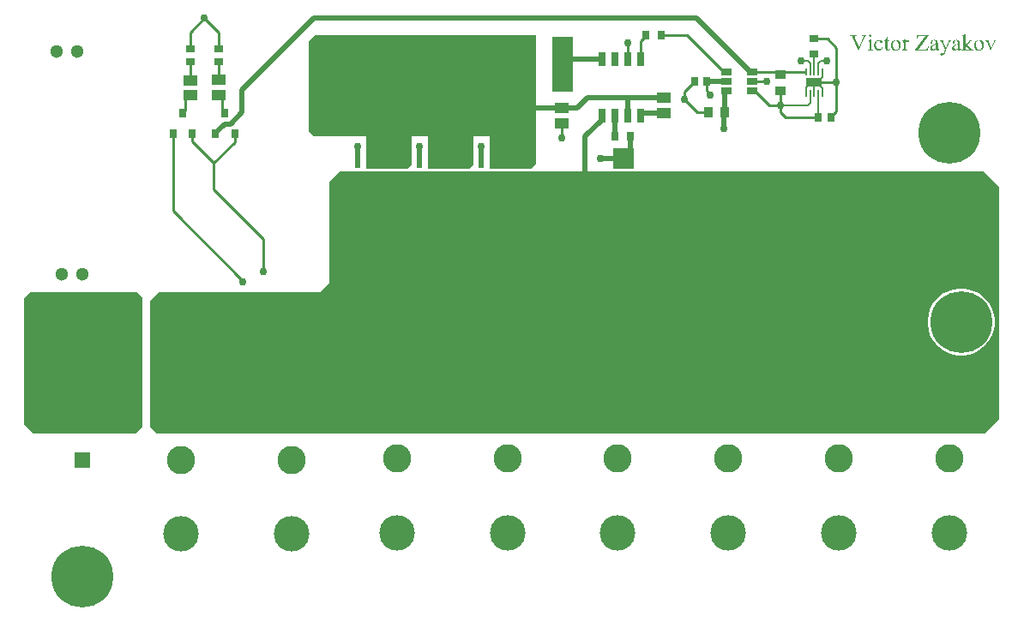
<source format=gbr>
%TF.GenerationSoftware,Altium Limited,Altium Designer,23.2.1 (34)*%
G04 Layer_Physical_Order=1*
G04 Layer_Color=255*
%FSLAX45Y45*%
%MOMM*%
%TF.SameCoordinates,A6D216B9-5917-482B-AEBE-4AF022C6986F*%
%TF.FilePolarity,Positive*%
%TF.FileFunction,Copper,L1,Top,Signal*%
%TF.Part,Single*%
G01*
G75*
%TA.AperFunction,SMDPad,SMDef*%
%ADD10R,1.49860X0.91440*%
%TA.AperFunction,SMDPad,CuDef*%
%ADD11R,0.23000X0.70000*%
%ADD12R,0.50000X0.85001*%
%ADD13R,0.60000X0.80000*%
%ADD14R,0.80000X0.90000*%
%ADD15R,0.90000X0.70000*%
%ADD16R,0.75000X0.90000*%
%ADD17R,1.00000X0.90000*%
G04:AMPARAMS|DCode=18|XSize=1.1mm|YSize=0.6mm|CornerRadius=0.051mm|HoleSize=0mm|Usage=FLASHONLY|Rotation=180.000|XOffset=0mm|YOffset=0mm|HoleType=Round|Shape=RoundedRectangle|*
%AMROUNDEDRECTD18*
21,1,1.10000,0.49800,0,0,180.0*
21,1,0.99800,0.60000,0,0,180.0*
1,1,0.10200,-0.49900,0.24900*
1,1,0.10200,0.49900,0.24900*
1,1,0.10200,0.49900,-0.24900*
1,1,0.10200,-0.49900,-0.24900*
%
%ADD18ROUNDEDRECTD18*%
%ADD19R,0.70000X0.90000*%
%ADD20R,2.00000X2.00000*%
%ADD21R,0.65000X1.45000*%
%ADD22R,2.15000X5.50000*%
%ADD23R,1.40000X1.10000*%
%ADD24R,0.95000X0.80000*%
%ADD25R,1.40000X1.39000*%
%ADD26R,4.86000X3.36000*%
%ADD27R,0.90000X1.00000*%
%TA.AperFunction,Conductor*%
%ADD28C,0.25400*%
%ADD29C,0.17780*%
%ADD30C,0.50800*%
%ADD31C,0.76200*%
%TA.AperFunction,ComponentPad*%
%ADD32R,1.57000X1.57000*%
%ADD33C,6.10000*%
%ADD34C,2.80000*%
%ADD35C,3.50000*%
%ADD36C,1.30000*%
%TA.AperFunction,ViaPad*%
%ADD37C,0.76200*%
%ADD38C,1.27000*%
G36*
X7772400Y7175500D02*
X7722098Y7125198D01*
X7315200D01*
Y7442200D01*
X7150100D01*
Y7162800D01*
X7112498Y7125198D01*
X6705600D01*
Y7442200D01*
X6540500D01*
Y7162800D01*
X6502898Y7125198D01*
X6096000D01*
Y7442200D01*
X5575300D01*
X5524500Y7493000D01*
Y8384950D01*
X5585050Y8445500D01*
X6096000D01*
Y8445500D01*
X6540500Y8445500D01*
X7772400D01*
Y7175500D01*
D02*
G37*
G36*
X12344400Y6946900D02*
Y4648200D01*
X12204700Y4508500D01*
X4025900D01*
X3962400Y4572000D01*
Y5816600D01*
X4051300Y5905500D01*
X5638800D01*
X5727700Y5994400D01*
Y6997700D01*
X5829300Y7099300D01*
X12192000D01*
X12344400Y6946900D01*
D02*
G37*
G36*
X3886200Y5854700D02*
Y5397500D01*
Y4572000D01*
X3822700Y4508500D01*
X2806700D01*
X2717800Y4597400D01*
Y5842000D01*
X2781300Y5905500D01*
X3835400D01*
X3886200Y5854700D01*
D02*
G37*
G36*
X11069510Y8450658D02*
X11070568Y8450482D01*
X11071802Y8449953D01*
X11073212Y8449424D01*
X11074623Y8448543D01*
X11075856Y8447485D01*
X11076033Y8447309D01*
X11076385Y8446956D01*
X11076914Y8446251D01*
X11077619Y8445194D01*
X11078148Y8443960D01*
X11078677Y8442726D01*
X11079029Y8441139D01*
X11079206Y8439377D01*
Y8439200D01*
Y8438671D01*
X11079029Y8437790D01*
X11078853Y8436732D01*
X11078324Y8435498D01*
X11077795Y8434088D01*
X11076914Y8432678D01*
X11075856Y8431444D01*
X11075680Y8431268D01*
X11075328Y8430915D01*
X11074623Y8430386D01*
X11073565Y8429858D01*
X11072331Y8429153D01*
X11071097Y8428624D01*
X11069510Y8428271D01*
X11067748Y8428095D01*
X11067043D01*
X11066161Y8428271D01*
X11065104Y8428447D01*
X11063870Y8428976D01*
X11062459Y8429505D01*
X11061049Y8430386D01*
X11059815Y8431444D01*
X11059639Y8431620D01*
X11059286Y8431973D01*
X11058758Y8432678D01*
X11058229Y8433736D01*
X11057524Y8434793D01*
X11056995Y8436204D01*
X11056642Y8437790D01*
X11056466Y8439377D01*
Y8439553D01*
Y8440258D01*
X11056642Y8441139D01*
X11056819Y8442197D01*
X11057171Y8443431D01*
X11057876Y8444841D01*
X11058581Y8446251D01*
X11059639Y8447485D01*
X11059815Y8447662D01*
X11060168Y8448014D01*
X11060873Y8448543D01*
X11061931Y8449248D01*
X11063165Y8449777D01*
X11064398Y8450306D01*
X11065985Y8450658D01*
X11067748Y8450835D01*
X11068629D01*
X11069510Y8450658D01*
D02*
G37*
G36*
X11443921Y8397070D02*
X11445331Y8396718D01*
X11447094Y8396365D01*
X11448680Y8395660D01*
X11450443Y8394602D01*
X11452029Y8393369D01*
X11452206Y8393192D01*
X11452735Y8392663D01*
X11453263Y8391958D01*
X11454145Y8390901D01*
X11454850Y8389667D01*
X11455379Y8388257D01*
X11455907Y8386494D01*
X11456084Y8384731D01*
Y8384555D01*
Y8384026D01*
X11455907Y8383321D01*
X11455731Y8382263D01*
X11455379Y8381029D01*
X11454850Y8379972D01*
X11454145Y8378738D01*
X11453087Y8377504D01*
X11452911Y8377327D01*
X11452558Y8376975D01*
X11452029Y8376622D01*
X11451148Y8376093D01*
X11450090Y8375388D01*
X11449033Y8375036D01*
X11447623Y8374683D01*
X11446212Y8374507D01*
X11445507D01*
X11444802Y8374683D01*
X11443744Y8375036D01*
X11442334Y8375388D01*
X11440924Y8376093D01*
X11439161Y8376975D01*
X11437399Y8378209D01*
X11437222Y8378385D01*
X11436693Y8378738D01*
X11435812Y8379443D01*
X11434754Y8380148D01*
X11433520Y8380853D01*
X11432287Y8381558D01*
X11431229Y8381911D01*
X11430171Y8382087D01*
X11429819D01*
X11428937Y8381734D01*
X11427527Y8381205D01*
X11426646Y8380500D01*
X11425764Y8379795D01*
X11425588Y8379619D01*
X11424883Y8378914D01*
X11424002Y8377856D01*
X11422591Y8376270D01*
X11421181Y8374154D01*
X11419418Y8371510D01*
X11417479Y8368514D01*
X11415540Y8364812D01*
Y8315631D01*
Y8315455D01*
Y8315278D01*
Y8314221D01*
X11415717Y8312634D01*
X11415893Y8310695D01*
X11416069Y8308580D01*
X11416422Y8306464D01*
X11416950Y8304349D01*
X11417656Y8302586D01*
Y8302410D01*
X11418008Y8302058D01*
X11418361Y8301529D01*
X11418890Y8300824D01*
X11419595Y8300119D01*
X11420476Y8299237D01*
X11421534Y8298356D01*
X11422768Y8297651D01*
X11422944D01*
X11423473Y8297298D01*
X11424354Y8297122D01*
X11425588Y8296769D01*
X11426998Y8296417D01*
X11428937Y8296064D01*
X11431053Y8295888D01*
X11433520Y8295712D01*
Y8291657D01*
X11380990D01*
Y8295712D01*
X11382224D01*
X11383634Y8295888D01*
X11385397Y8296064D01*
X11389099Y8296769D01*
X11390862Y8297298D01*
X11392448Y8298003D01*
X11392624Y8298179D01*
X11392977Y8298356D01*
X11393330Y8298885D01*
X11394035Y8299413D01*
X11394563Y8300295D01*
X11395269Y8301352D01*
X11395797Y8302410D01*
X11396326Y8303820D01*
Y8303997D01*
X11396502Y8304349D01*
Y8304878D01*
X11396679Y8305936D01*
X11396855Y8307346D01*
Y8309285D01*
X11397031Y8311753D01*
Y8314749D01*
Y8354588D01*
Y8354764D01*
Y8355293D01*
Y8356174D01*
Y8357408D01*
Y8358818D01*
Y8360405D01*
X11396855Y8363930D01*
Y8367632D01*
X11396679Y8370981D01*
X11396502Y8372568D01*
Y8373802D01*
X11396326Y8375036D01*
X11396150Y8375741D01*
Y8375917D01*
X11395974Y8376270D01*
X11395797Y8376975D01*
X11395621Y8377680D01*
X11394740Y8379266D01*
X11393506Y8380677D01*
X11393153Y8380853D01*
X11392096Y8381558D01*
X11390685Y8382087D01*
X11388570Y8382263D01*
X11387336D01*
X11386278Y8382087D01*
X11385221Y8381911D01*
X11383811Y8381558D01*
X11380814Y8380677D01*
X11379756Y8384731D01*
X11410781Y8397247D01*
X11415540D01*
Y8374154D01*
X11415717Y8374507D01*
X11416069Y8375212D01*
X11416774Y8376270D01*
X11417656Y8377856D01*
X11418890Y8379443D01*
X11420300Y8381382D01*
X11421886Y8383497D01*
X11423649Y8385789D01*
X11427527Y8390019D01*
X11429642Y8391958D01*
X11431934Y8393721D01*
X11434402Y8395131D01*
X11436870Y8396189D01*
X11439338Y8397070D01*
X11441805Y8397247D01*
X11442863D01*
X11443921Y8397070D01*
D02*
G37*
G36*
X11157648D02*
X11158882D01*
X11160469Y8396894D01*
X11163818Y8396189D01*
X11167873Y8395308D01*
X11171927Y8393897D01*
X11175981Y8391782D01*
X11177920Y8390548D01*
X11179859Y8389138D01*
X11180036D01*
X11180212Y8388785D01*
X11181446Y8387728D01*
X11183032Y8386141D01*
X11184795Y8384026D01*
X11186558Y8381558D01*
X11188144Y8378738D01*
X11189378Y8375741D01*
X11189554Y8374154D01*
X11189731Y8372568D01*
Y8372392D01*
Y8371863D01*
X11189554Y8370981D01*
X11189378Y8370100D01*
X11189026Y8368866D01*
X11188497Y8367809D01*
X11187792Y8366575D01*
X11186910Y8365517D01*
X11186734Y8365341D01*
X11186381Y8365164D01*
X11185853Y8364812D01*
X11184971Y8364283D01*
X11183914Y8363754D01*
X11182503Y8363402D01*
X11181093Y8363225D01*
X11179330Y8363049D01*
X11178273D01*
X11177039Y8363225D01*
X11175629Y8363578D01*
X11174042Y8364107D01*
X11172279Y8364812D01*
X11170869Y8365869D01*
X11169459Y8367280D01*
Y8367456D01*
X11169106Y8367809D01*
X11168754Y8368337D01*
X11168401Y8369219D01*
X11167873Y8370453D01*
X11167344Y8372039D01*
X11166991Y8373978D01*
X11166639Y8376270D01*
Y8376622D01*
X11166462Y8377327D01*
X11166286Y8378561D01*
X11165933Y8380148D01*
X11165405Y8381734D01*
X11164523Y8383497D01*
X11163466Y8385084D01*
X11162232Y8386494D01*
X11162055Y8386670D01*
X11161527Y8387023D01*
X11160645Y8387551D01*
X11159411Y8388257D01*
X11157825Y8388962D01*
X11156062Y8389490D01*
X11153947Y8389843D01*
X11151479Y8390019D01*
X11150421D01*
X11149540Y8389843D01*
X11147601Y8389667D01*
X11144957Y8388962D01*
X11142136Y8387904D01*
X11139140Y8386494D01*
X11136143Y8384378D01*
X11134733Y8382968D01*
X11133499Y8381558D01*
X11133322Y8381382D01*
X11133146Y8381029D01*
X11132617Y8380500D01*
X11132088Y8379619D01*
X11131383Y8378561D01*
X11130678Y8377151D01*
X11129797Y8375565D01*
X11129092Y8373802D01*
X11128210Y8371863D01*
X11127329Y8369748D01*
X11126624Y8367280D01*
X11125919Y8364636D01*
X11125390Y8361991D01*
X11124861Y8358995D01*
X11124685Y8355822D01*
X11124509Y8352473D01*
Y8352296D01*
Y8351591D01*
Y8350710D01*
X11124685Y8349476D01*
X11124861Y8347713D01*
X11125037Y8345950D01*
X11125214Y8343835D01*
X11125566Y8341543D01*
X11126624Y8336431D01*
X11128387Y8331143D01*
X11129268Y8328323D01*
X11130502Y8325502D01*
X11131912Y8322682D01*
X11133499Y8320038D01*
X11133675Y8319861D01*
X11133851Y8319509D01*
X11134380Y8318804D01*
X11135085Y8317922D01*
X11136143Y8316688D01*
X11137200Y8315631D01*
X11138434Y8314221D01*
X11139845Y8312987D01*
X11141607Y8311753D01*
X11143370Y8310343D01*
X11147601Y8308227D01*
X11149892Y8307170D01*
X11152360Y8306464D01*
X11155004Y8306112D01*
X11157825Y8305936D01*
X11158882D01*
X11159764Y8306112D01*
X11160645D01*
X11161703Y8306288D01*
X11164347Y8306817D01*
X11167520Y8307698D01*
X11170693Y8309109D01*
X11174218Y8310871D01*
X11177568Y8313339D01*
X11177920Y8313516D01*
X11178625Y8314397D01*
X11179859Y8315631D01*
X11181269Y8317570D01*
X11183209Y8320214D01*
X11184090Y8321800D01*
X11185148Y8323387D01*
X11186205Y8325326D01*
X11187263Y8327441D01*
X11188497Y8329733D01*
X11189554Y8332201D01*
X11192727Y8330614D01*
Y8330438D01*
X11192551Y8329733D01*
X11192199Y8328675D01*
X11191846Y8327265D01*
X11191317Y8325502D01*
X11190788Y8323563D01*
X11189907Y8321448D01*
X11189026Y8318980D01*
X11186910Y8314044D01*
X11184090Y8308756D01*
X11180564Y8303644D01*
X11178449Y8301352D01*
X11176334Y8299237D01*
X11176157Y8299061D01*
X11175805Y8298708D01*
X11175100Y8298179D01*
X11174218Y8297651D01*
X11173161Y8296769D01*
X11171751Y8295888D01*
X11170164Y8294830D01*
X11168578Y8293949D01*
X11164523Y8291834D01*
X11160116Y8290247D01*
X11157648Y8289542D01*
X11155004Y8289013D01*
X11152360Y8288661D01*
X11149716Y8288484D01*
X11149011D01*
X11147953Y8288661D01*
X11146719D01*
X11145309Y8289013D01*
X11143546Y8289189D01*
X11141607Y8289718D01*
X11139316Y8290247D01*
X11137024Y8291128D01*
X11134556Y8292010D01*
X11132088Y8293244D01*
X11129444Y8294654D01*
X11126800Y8296417D01*
X11124332Y8298356D01*
X11121688Y8300471D01*
X11119220Y8303115D01*
X11119044Y8303291D01*
X11118692Y8303820D01*
X11117986Y8304702D01*
X11117281Y8305759D01*
X11116224Y8307346D01*
X11115166Y8309109D01*
X11113932Y8311224D01*
X11112874Y8313516D01*
X11111640Y8316336D01*
X11110407Y8319156D01*
X11109349Y8322506D01*
X11108291Y8326031D01*
X11107586Y8329909D01*
X11106881Y8333964D01*
X11106528Y8338194D01*
X11106352Y8342777D01*
Y8343130D01*
Y8343835D01*
X11106528Y8345069D01*
Y8346832D01*
X11106881Y8348771D01*
X11107057Y8351239D01*
X11107586Y8353883D01*
X11108115Y8356703D01*
X11108820Y8359876D01*
X11109878Y8363049D01*
X11110935Y8366222D01*
X11112346Y8369571D01*
X11113932Y8372921D01*
X11115871Y8376093D01*
X11118163Y8379090D01*
X11120631Y8382087D01*
X11120807Y8382263D01*
X11121336Y8382792D01*
X11122041Y8383497D01*
X11123098Y8384378D01*
X11124509Y8385612D01*
X11126271Y8386846D01*
X11128210Y8388257D01*
X11130326Y8389667D01*
X11132794Y8391077D01*
X11135261Y8392487D01*
X11138258Y8393721D01*
X11141255Y8394955D01*
X11144428Y8395836D01*
X11147953Y8396542D01*
X11151479Y8397070D01*
X11155181Y8397247D01*
X11156591D01*
X11157648Y8397070D01*
D02*
G37*
G36*
X11031964Y8439377D02*
X11031611D01*
X11030554Y8439024D01*
X11029143Y8438671D01*
X11027381Y8438143D01*
X11025441Y8437438D01*
X11023326Y8436556D01*
X11021387Y8435322D01*
X11019624Y8434088D01*
X11019448Y8433912D01*
X11018567Y8433031D01*
X11017509Y8431797D01*
X11016099Y8429858D01*
X11014512Y8427566D01*
X11012750Y8424569D01*
X11010987Y8421220D01*
X11009224Y8417166D01*
X10956341Y8288308D01*
X10952111D01*
X10895350Y8418929D01*
Y8419105D01*
X10895174Y8419457D01*
X10894997Y8419810D01*
X10894645Y8420515D01*
X10893940Y8422278D01*
X10892882Y8424217D01*
X10892001Y8426332D01*
X10890943Y8428447D01*
X10889885Y8430034D01*
X10889533Y8430739D01*
X10889180Y8431268D01*
X10889004Y8431444D01*
X10888651Y8431797D01*
X10888122Y8432502D01*
X10887241Y8433207D01*
X10886183Y8434088D01*
X10885126Y8435146D01*
X10882305Y8436732D01*
X10882129Y8436909D01*
X10881600Y8437085D01*
X10880719Y8437438D01*
X10879485Y8437790D01*
X10877898Y8438319D01*
X10875959Y8438671D01*
X10873668Y8439024D01*
X10871200Y8439377D01*
Y8443431D01*
X10933249D01*
Y8439377D01*
X10932720D01*
X10932191Y8439200D01*
X10931486D01*
X10929724Y8438848D01*
X10927608Y8438495D01*
X10925317Y8437966D01*
X10923025Y8437438D01*
X10921086Y8436556D01*
X10919500Y8435675D01*
X10919323Y8435498D01*
X10918971Y8435146D01*
X10918442Y8434617D01*
X10917913Y8433912D01*
X10917384Y8433031D01*
X10916855Y8431973D01*
X10916503Y8430563D01*
X10916327Y8429153D01*
Y8428976D01*
X10916503Y8428095D01*
X10916679Y8426685D01*
X10917032Y8424922D01*
X10917561Y8422454D01*
X10918618Y8419457D01*
X10919852Y8415932D01*
X10921615Y8411701D01*
X10960219Y8322682D01*
X10996180Y8410467D01*
Y8410644D01*
X10996356Y8410996D01*
X10996709Y8411701D01*
X10997061Y8412583D01*
X10997414Y8413640D01*
X10997766Y8414874D01*
X10998824Y8417695D01*
X10999705Y8420691D01*
X11000587Y8423688D01*
X11001115Y8426332D01*
X11001292Y8427566D01*
Y8428624D01*
Y8428800D01*
Y8429153D01*
X11001115Y8429858D01*
X11000939Y8430563D01*
X11000587Y8431444D01*
X10999881Y8432502D01*
X10999176Y8433736D01*
X10998119Y8434793D01*
X10997942Y8434970D01*
X10997590Y8435322D01*
X10996709Y8435851D01*
X10995651Y8436380D01*
X10994064Y8437085D01*
X10992125Y8437790D01*
X10989834Y8438495D01*
X10987190Y8439024D01*
X10986837D01*
X10986132Y8439200D01*
X10985251Y8439377D01*
Y8443431D01*
X11031964D01*
Y8439377D01*
D02*
G37*
G36*
X11866807Y8390196D02*
X11866631D01*
X11866102Y8390020D01*
X11865397D01*
X11864515Y8389843D01*
X11862400Y8389138D01*
X11860461Y8388257D01*
X11860285D01*
X11860108Y8388081D01*
X11859051Y8387199D01*
X11858169Y8386494D01*
X11857464Y8385613D01*
X11856583Y8384555D01*
X11855525Y8383321D01*
X11855349Y8382969D01*
X11854996Y8382440D01*
X11854644Y8381735D01*
X11854115Y8380501D01*
X11853410Y8379090D01*
X11852705Y8377151D01*
X11851647Y8374684D01*
X11809870Y8272443D01*
Y8272267D01*
X11809517Y8271738D01*
X11809341Y8271033D01*
X11808812Y8269976D01*
X11808107Y8268742D01*
X11807402Y8267331D01*
X11805639Y8264158D01*
X11803347Y8260457D01*
X11800703Y8256755D01*
X11797530Y8253229D01*
X11794005Y8250056D01*
X11793829D01*
X11793652Y8249704D01*
X11793123Y8249351D01*
X11792418Y8248822D01*
X11790479Y8247589D01*
X11788011Y8246178D01*
X11785191Y8244768D01*
X11782018Y8243534D01*
X11778669Y8242653D01*
X11776906Y8242477D01*
X11775143Y8242300D01*
X11774086D01*
X11772852Y8242477D01*
X11771442Y8242829D01*
X11769679Y8243182D01*
X11767916Y8243887D01*
X11766153Y8244944D01*
X11764390Y8246178D01*
X11764214Y8246355D01*
X11763685Y8246883D01*
X11762980Y8247589D01*
X11762275Y8248822D01*
X11761570Y8250056D01*
X11760865Y8251467D01*
X11760336Y8253229D01*
X11760160Y8254992D01*
Y8255168D01*
Y8255697D01*
X11760336Y8256579D01*
X11760512Y8257636D01*
X11760865Y8258870D01*
X11761394Y8260104D01*
X11762099Y8261338D01*
X11763157Y8262396D01*
X11763333Y8262572D01*
X11763685Y8262925D01*
X11764390Y8263277D01*
X11765272Y8263806D01*
X11766506Y8264335D01*
X11767916Y8264864D01*
X11769679Y8265040D01*
X11771618Y8265216D01*
X11772323D01*
X11773204Y8265040D01*
X11774262Y8264864D01*
X11775672Y8264687D01*
X11777435Y8264335D01*
X11779374Y8263630D01*
X11781666Y8262925D01*
X11781842D01*
X11782371Y8262748D01*
X11783252Y8262396D01*
X11784133Y8262219D01*
X11786072Y8261514D01*
X11786778Y8261338D01*
X11787835D01*
X11788540Y8261514D01*
X11789422Y8261867D01*
X11790479Y8262219D01*
X11791713Y8262748D01*
X11793123Y8263630D01*
X11794534Y8264864D01*
X11794710Y8265040D01*
X11795239Y8265569D01*
X11796120Y8266450D01*
X11797002Y8267860D01*
X11798235Y8269623D01*
X11799646Y8271915D01*
X11801056Y8274735D01*
X11802642Y8278084D01*
X11809870Y8295888D01*
X11773028Y8372921D01*
Y8373097D01*
X11772675Y8373626D01*
X11772323Y8374331D01*
X11771618Y8375389D01*
X11770913Y8376623D01*
X11770031Y8378209D01*
X11768797Y8379796D01*
X11767563Y8381735D01*
X11767387Y8381911D01*
X11767211Y8382440D01*
X11766682Y8382969D01*
X11765977Y8383850D01*
X11764567Y8385613D01*
X11763685Y8386318D01*
X11762980Y8387023D01*
X11762804D01*
X11762451Y8387375D01*
X11761923Y8387728D01*
X11761041Y8388081D01*
X11759807Y8388609D01*
X11758397Y8389138D01*
X11756811Y8389667D01*
X11754695Y8390196D01*
Y8394250D01*
X11802642D01*
Y8390196D01*
X11799469D01*
X11798588Y8390020D01*
X11797530Y8389843D01*
X11795063Y8389314D01*
X11793829Y8388609D01*
X11792771Y8387904D01*
X11792595Y8387728D01*
X11792418Y8387552D01*
X11792066Y8387023D01*
X11791537Y8386494D01*
X11790656Y8384731D01*
X11790479Y8383674D01*
X11790303Y8382440D01*
Y8382263D01*
Y8381558D01*
X11790479Y8380677D01*
X11790832Y8379267D01*
X11791184Y8377504D01*
X11791890Y8375389D01*
X11792771Y8373097D01*
X11794005Y8370277D01*
X11819036Y8318451D01*
X11841952Y8375212D01*
Y8375389D01*
X11842304Y8376094D01*
X11842481Y8376975D01*
X11842833Y8378033D01*
X11843186Y8379443D01*
X11843362Y8381029D01*
X11843715Y8384379D01*
Y8384555D01*
Y8384731D01*
Y8385436D01*
X11843362Y8386494D01*
X11843010Y8387375D01*
X11842833Y8387552D01*
X11842304Y8388081D01*
X11841423Y8388786D01*
X11840189Y8389314D01*
X11839837Y8389491D01*
X11839308Y8389667D01*
X11838603Y8389843D01*
X11837721D01*
X11836487Y8390020D01*
X11835077Y8390196D01*
X11833491D01*
Y8394250D01*
X11866807D01*
Y8390196D01*
D02*
G37*
G36*
X12311375D02*
X12311199D01*
X12310494Y8390020D01*
X12309436D01*
X12308202Y8389667D01*
X12305558Y8388962D01*
X12304324Y8388433D01*
X12303266Y8387728D01*
X12303090Y8387552D01*
X12302561Y8387023D01*
X12301856Y8386318D01*
X12300975Y8385084D01*
X12299917Y8383497D01*
X12298683Y8381558D01*
X12297449Y8379267D01*
X12296215Y8376446D01*
X12260079Y8288485D01*
X12255495D01*
X12219006Y8374860D01*
X12218830Y8375212D01*
X12218654Y8375917D01*
X12218125Y8376975D01*
X12217420Y8378209D01*
X12216010Y8381206D01*
X12215128Y8382616D01*
X12214247Y8383674D01*
X12214071Y8383850D01*
X12213894Y8384202D01*
X12213365Y8384555D01*
X12212660Y8385260D01*
X12210898Y8386670D01*
X12208606Y8388257D01*
X12208430D01*
X12208253Y8388433D01*
X12207725Y8388609D01*
X12207020Y8388786D01*
X12205962Y8389138D01*
X12204552Y8389491D01*
X12202965Y8389843D01*
X12201026Y8390196D01*
Y8394250D01*
X12249149D01*
Y8390196D01*
X12245271D01*
X12244390Y8390020D01*
X12243509Y8389843D01*
X12241217Y8389314D01*
X12240159Y8388609D01*
X12239278Y8387904D01*
X12239102Y8387728D01*
X12238925Y8387552D01*
X12238573Y8387023D01*
X12238220Y8386494D01*
X12237339Y8384555D01*
X12237163Y8383497D01*
X12236986Y8382263D01*
Y8382087D01*
Y8381558D01*
X12237163Y8380677D01*
X12237339Y8379619D01*
X12237515Y8378209D01*
X12238044Y8376623D01*
X12238573Y8374860D01*
X12239454Y8372921D01*
X12263252Y8316336D01*
X12287225Y8375036D01*
X12287401Y8375389D01*
X12287578Y8376094D01*
X12287930Y8377151D01*
X12288459Y8378562D01*
X12289340Y8381735D01*
X12289517Y8383321D01*
X12289693Y8384555D01*
Y8384908D01*
X12289517Y8385436D01*
X12289340Y8386318D01*
X12288812Y8387199D01*
X12288635Y8387552D01*
X12287930Y8388081D01*
X12286873Y8388962D01*
X12285639Y8389491D01*
X12285462D01*
X12285286Y8389667D01*
X12284757D01*
X12283876Y8389843D01*
X12282818Y8390020D01*
X12281584D01*
X12279822Y8390196D01*
X12277882D01*
Y8394250D01*
X12311375D01*
Y8390196D01*
D02*
G37*
G36*
X12007299Y8348771D02*
X12033388Y8372568D01*
X12033564Y8372744D01*
X12033740Y8372921D01*
X12034798Y8373802D01*
X12036032Y8375036D01*
X12037795Y8376623D01*
X12039381Y8378209D01*
X12040968Y8379796D01*
X12042201Y8381206D01*
X12043083Y8382263D01*
X12043259Y8382440D01*
X12043612Y8383145D01*
X12043788Y8383850D01*
X12043964Y8384908D01*
Y8385084D01*
Y8385260D01*
X12043788Y8386318D01*
X12043083Y8387552D01*
X12042730Y8388257D01*
X12042025Y8388786D01*
X12041673Y8388962D01*
X12041320Y8389314D01*
X12040615Y8389667D01*
X12039734Y8390020D01*
X12038676Y8390196D01*
X12037442Y8390548D01*
X12036032Y8390725D01*
Y8394250D01*
X12080630D01*
Y8390725D01*
X12079748D01*
X12079043Y8390548D01*
X12077457D01*
X12075341Y8390196D01*
X12072873Y8389843D01*
X12070229Y8389314D01*
X12067761Y8388609D01*
X12065294Y8387728D01*
X12064941Y8387552D01*
X12064236Y8387199D01*
X12063002Y8386670D01*
X12061239Y8385613D01*
X12059300Y8384379D01*
X12057009Y8382792D01*
X12054541Y8380853D01*
X12051897Y8378562D01*
X12025455Y8354236D01*
X12051720Y8320919D01*
X12051897Y8320743D01*
X12052249Y8320391D01*
X12052778Y8319685D01*
X12053483Y8318804D01*
X12054365Y8317746D01*
X12055422Y8316512D01*
X12057714Y8313692D01*
X12060182Y8310695D01*
X12062649Y8307875D01*
X12064941Y8305407D01*
X12065822Y8304349D01*
X12066704Y8303468D01*
X12066880Y8303292D01*
X12067585Y8302587D01*
X12068643Y8301705D01*
X12069877Y8300648D01*
X12071287Y8299590D01*
X12072873Y8298532D01*
X12074460Y8297475D01*
X12076046Y8296770D01*
X12076223D01*
X12076575Y8296593D01*
X12077280Y8296417D01*
X12078338Y8296241D01*
X12079748Y8296064D01*
X12081335Y8295888D01*
X12083450Y8295712D01*
X12085918D01*
Y8291658D01*
X12036032D01*
Y8295712D01*
X12037442D01*
X12038323Y8295888D01*
X12040262Y8296241D01*
X12040968Y8296417D01*
X12041673Y8296770D01*
X12041849Y8296946D01*
X12042554Y8297651D01*
X12043083Y8298709D01*
X12043259Y8300119D01*
Y8300295D01*
Y8300648D01*
X12043083Y8301176D01*
X12042730Y8302234D01*
X12042201Y8303292D01*
X12041320Y8304702D01*
X12040262Y8306465D01*
X12038852Y8308404D01*
X12007299Y8348595D01*
Y8314750D01*
Y8314573D01*
Y8314397D01*
Y8313868D01*
Y8313163D01*
Y8311400D01*
X12007475Y8309285D01*
X12007651Y8307170D01*
X12007828Y8304878D01*
X12008180Y8302939D01*
X12008533Y8301529D01*
Y8301353D01*
X12008885Y8301000D01*
X12009062Y8300471D01*
X12009590Y8299766D01*
X12010824Y8298180D01*
X12012587Y8296946D01*
X12012763D01*
X12013116Y8296770D01*
X12013821Y8296593D01*
X12015055Y8296417D01*
X12016465Y8296064D01*
X12018404Y8295888D01*
X12020872Y8295712D01*
X12023869D01*
Y8291658D01*
X11971867D01*
Y8295712D01*
X11973101D01*
X11974511Y8295888D01*
X11976274D01*
X11978037Y8296064D01*
X11979976Y8296417D01*
X11981915Y8296946D01*
X11983502Y8297475D01*
X11983678D01*
X11983854Y8297651D01*
X11984735Y8298356D01*
X11985969Y8299590D01*
X11987027Y8301353D01*
Y8301529D01*
X11987380Y8302058D01*
X11987556Y8302939D01*
X11987908Y8304349D01*
X11988261Y8306112D01*
X11988437Y8308404D01*
X11988790Y8311048D01*
Y8314221D01*
Y8407647D01*
Y8407823D01*
Y8408352D01*
Y8409234D01*
Y8410468D01*
Y8411878D01*
Y8413464D01*
X11988614Y8416990D01*
Y8420692D01*
X11988437Y8424217D01*
X11988261Y8425804D01*
Y8427038D01*
X11988085Y8428271D01*
X11987908Y8429153D01*
Y8429329D01*
X11987732Y8429858D01*
X11987556Y8430387D01*
X11987380Y8431268D01*
X11986498Y8433031D01*
X11985969Y8433736D01*
X11985264Y8434441D01*
X11984912Y8434617D01*
X11984030Y8435322D01*
X11982620Y8435851D01*
X11980681Y8436028D01*
X11979623D01*
X11978918Y8435851D01*
X11978037Y8435675D01*
X11976803Y8435322D01*
X11975393Y8434794D01*
X11973630Y8434265D01*
X11971867Y8438319D01*
X12002011Y8450835D01*
X12007299D01*
Y8348771D01*
D02*
G37*
G36*
X11544045Y8300824D02*
X11607681Y8300824D01*
X11608563Y8301000D01*
X11609796D01*
X11611207Y8301176D01*
X11614380Y8301529D01*
X11617905Y8302410D01*
X11621607Y8303468D01*
X11624956Y8304878D01*
X11628129Y8306994D01*
X11628305D01*
X11628482Y8307346D01*
X11628834Y8307699D01*
X11629363Y8308227D01*
X11630068Y8309109D01*
X11630950Y8309990D01*
X11631831Y8311224D01*
X11632712Y8312634D01*
X11633770Y8314221D01*
X11634828Y8315984D01*
X11636062Y8318099D01*
X11637295Y8320391D01*
X11638353Y8323035D01*
X11639587Y8325855D01*
X11640821Y8329028D01*
X11641879Y8332377D01*
X11645580Y8331848D01*
X11638353Y8291658D01*
X11514960Y8291657D01*
Y8295712D01*
X11612264Y8434441D01*
X11561673Y8434441D01*
X11559558Y8434265D01*
X11556914Y8434088D01*
X11554093Y8433736D01*
X11551273Y8433383D01*
X11548452Y8432678D01*
X11546161Y8431797D01*
X11545985Y8431620D01*
X11545279Y8431268D01*
X11544222Y8430739D01*
X11543164Y8429858D01*
X11541754Y8428800D01*
X11540344Y8427390D01*
X11539110Y8425803D01*
X11537876Y8424041D01*
X11537700Y8423864D01*
X11537347Y8422983D01*
X11536818Y8421749D01*
X11536113Y8419810D01*
X11535408Y8417342D01*
X11535055Y8415932D01*
X11534527Y8414169D01*
X11534174Y8412230D01*
X11533645Y8410291D01*
X11533116Y8407999D01*
X11532764Y8405532D01*
X11528533D01*
X11531706Y8443431D01*
X11643994Y8443431D01*
X11544045Y8300824D01*
D02*
G37*
G36*
X11077267Y8314749D02*
Y8314573D01*
Y8314397D01*
Y8313868D01*
Y8313163D01*
Y8311576D01*
X11077443Y8309461D01*
X11077619Y8307346D01*
X11077795Y8305231D01*
X11078148Y8303291D01*
X11078501Y8301881D01*
Y8301705D01*
X11078853Y8301352D01*
X11079029Y8300824D01*
X11079558Y8300119D01*
X11080792Y8298532D01*
X11082555Y8297122D01*
X11082731D01*
X11083084Y8296946D01*
X11083789Y8296769D01*
X11084847Y8296417D01*
X11086257Y8296240D01*
X11088019Y8295888D01*
X11090135Y8295712D01*
X11092779D01*
Y8291657D01*
X11043069D01*
Y8295712D01*
X11045537D01*
X11047123Y8295888D01*
X11050296Y8296240D01*
X11051883Y8296593D01*
X11052941Y8297122D01*
X11053117D01*
X11053469Y8297474D01*
X11054527Y8298179D01*
X11055761Y8299766D01*
X11056466Y8300647D01*
X11057171Y8301881D01*
Y8302058D01*
X11057347Y8302586D01*
X11057700Y8303468D01*
X11058053Y8304702D01*
X11058229Y8306464D01*
X11058581Y8308756D01*
X11058758Y8311400D01*
Y8314749D01*
Y8354412D01*
Y8354588D01*
Y8355117D01*
Y8355998D01*
Y8357056D01*
Y8358466D01*
Y8359876D01*
X11058581Y8363402D01*
Y8366927D01*
X11058405Y8370453D01*
X11058229Y8372039D01*
X11058053Y8373626D01*
X11057876Y8374860D01*
X11057700Y8375917D01*
Y8376093D01*
X11057524Y8376446D01*
X11057347Y8377151D01*
X11056995Y8377856D01*
X11056290Y8379443D01*
X11055761Y8380324D01*
X11055056Y8380853D01*
X11054703Y8381029D01*
X11053998Y8381558D01*
X11052588Y8382087D01*
X11050649Y8382263D01*
X11049415D01*
X11048534Y8382087D01*
X11047300Y8381911D01*
X11046066Y8381558D01*
X11042893Y8380677D01*
X11041483Y8384731D01*
X11072331Y8397247D01*
X11077267D01*
Y8314749D01*
D02*
G37*
G36*
X11237149Y8394250D02*
X11260946D01*
Y8386670D01*
X11237149Y8386494D01*
Y8319861D01*
Y8319685D01*
Y8319509D01*
Y8318980D01*
Y8318275D01*
X11237325Y8316512D01*
X11237502Y8314397D01*
X11237854Y8312105D01*
X11238383Y8309990D01*
X11239088Y8307875D01*
X11239969Y8306288D01*
X11240146Y8306112D01*
X11240498Y8305759D01*
X11241027Y8305231D01*
X11241908Y8304702D01*
X11242966Y8303997D01*
X11244200Y8303468D01*
X11245610Y8303115D01*
X11247197Y8302939D01*
X11247902D01*
X11248607Y8303115D01*
X11249488Y8303291D01*
X11251780Y8303820D01*
X11253190Y8304349D01*
X11254424Y8305054D01*
X11254600Y8305231D01*
X11254953Y8305407D01*
X11255658Y8306112D01*
X11256363Y8306817D01*
X11257244Y8307698D01*
X11258302Y8308932D01*
X11259183Y8310343D01*
X11259889Y8311929D01*
X11264295D01*
Y8311753D01*
X11264119Y8311400D01*
X11263943Y8310871D01*
X11263590Y8310166D01*
X11262709Y8308051D01*
X11261299Y8305759D01*
X11259712Y8302939D01*
X11257773Y8300295D01*
X11255658Y8297651D01*
X11253014Y8295359D01*
X11252661Y8295183D01*
X11251780Y8294478D01*
X11250370Y8293596D01*
X11248607Y8292715D01*
X11246315Y8291657D01*
X11243847Y8290776D01*
X11241203Y8290071D01*
X11238383Y8289895D01*
X11237502D01*
X11236444Y8290071D01*
X11235210Y8290247D01*
X11233623Y8290600D01*
X11231861Y8291128D01*
X11230098Y8291834D01*
X11228159Y8292715D01*
X11227983Y8292891D01*
X11227278Y8293244D01*
X11226396Y8293949D01*
X11225338Y8294830D01*
X11224281Y8295888D01*
X11223047Y8297298D01*
X11221989Y8298885D01*
X11220932Y8300824D01*
X11220755Y8301000D01*
X11220579Y8301881D01*
X11220226Y8303115D01*
X11219874Y8304878D01*
X11219345Y8307346D01*
X11218993Y8310166D01*
X11218816Y8313516D01*
X11218640Y8317394D01*
Y8386670D01*
X11202423D01*
Y8390196D01*
X11202775Y8390372D01*
X11203480Y8390724D01*
X11204714Y8391253D01*
X11206301Y8392135D01*
X11208063Y8393369D01*
X11210179Y8394779D01*
X11212470Y8396542D01*
X11214762Y8398481D01*
X11215114Y8398833D01*
X11215820Y8399538D01*
X11217054Y8400772D01*
X11218640Y8402359D01*
X11220403Y8404474D01*
X11222342Y8406766D01*
X11224457Y8409410D01*
X11226396Y8412230D01*
X11226572Y8412406D01*
X11226925Y8413111D01*
X11227454Y8414169D01*
X11228335Y8415756D01*
X11229393Y8417871D01*
X11230627Y8420691D01*
X11232037Y8424041D01*
X11233623Y8427919D01*
X11237149D01*
Y8394250D01*
D02*
G37*
G36*
X11920924Y8397071D02*
X11922334D01*
X11925507Y8396718D01*
X11929032Y8396013D01*
X11932734Y8395308D01*
X11936436Y8394074D01*
X11939961Y8392487D01*
X11940314Y8392311D01*
X11941019Y8391782D01*
X11942253Y8391077D01*
X11943663Y8389843D01*
X11945250Y8388433D01*
X11946836Y8386494D01*
X11948423Y8384379D01*
X11949657Y8381735D01*
X11949833Y8381558D01*
X11950009Y8380677D01*
X11950362Y8379443D01*
X11950714Y8377504D01*
X11950890Y8376270D01*
X11951067Y8374860D01*
X11951243Y8373273D01*
X11951419Y8371334D01*
X11951596Y8369395D01*
X11951772Y8367104D01*
Y8364636D01*
Y8361992D01*
Y8327265D01*
Y8327089D01*
Y8326560D01*
Y8325855D01*
Y8324974D01*
Y8323740D01*
Y8322506D01*
Y8319509D01*
X11951948Y8316512D01*
Y8313516D01*
X11952124Y8312106D01*
Y8311048D01*
X11952301Y8309990D01*
Y8309285D01*
Y8309109D01*
X11952477Y8308756D01*
Y8308227D01*
X11952653Y8307522D01*
X11953358Y8305936D01*
X11953711Y8305407D01*
X11954063Y8304878D01*
X11954240Y8304702D01*
X11954945Y8304349D01*
X11956003Y8303997D01*
X11957060Y8303821D01*
X11957413D01*
X11958118Y8303997D01*
X11959175Y8304173D01*
X11960233Y8304526D01*
X11960409D01*
X11960762Y8304878D01*
X11961291Y8305407D01*
X11962172Y8306112D01*
X11963406Y8307170D01*
X11964993Y8308580D01*
X11967108Y8310519D01*
X11969399Y8312811D01*
Y8306465D01*
X11969223Y8306288D01*
X11968871Y8305760D01*
X11968166Y8304878D01*
X11967284Y8303821D01*
X11966050Y8302587D01*
X11964816Y8301176D01*
X11961643Y8298180D01*
X11957942Y8295007D01*
X11956003Y8293597D01*
X11953887Y8292363D01*
X11951772Y8291305D01*
X11949657Y8290424D01*
X11947365Y8289895D01*
X11945250Y8289718D01*
X11944368D01*
X11943311Y8289895D01*
X11942077Y8290247D01*
X11940666Y8290600D01*
X11939256Y8291305D01*
X11937846Y8292186D01*
X11936436Y8293420D01*
X11936260Y8293597D01*
X11935907Y8294125D01*
X11935378Y8295183D01*
X11934849Y8296593D01*
X11934321Y8298356D01*
X11933792Y8300648D01*
X11933439Y8303292D01*
X11933263Y8306465D01*
X11933087Y8306288D01*
X11932558Y8305936D01*
X11931853Y8305231D01*
X11930795Y8304526D01*
X11929385Y8303468D01*
X11927975Y8302410D01*
X11924802Y8300119D01*
X11921452Y8297475D01*
X11918103Y8295183D01*
X11916693Y8294302D01*
X11915283Y8293420D01*
X11914225Y8292715D01*
X11913344Y8292186D01*
X11912991Y8292010D01*
X11912286Y8291834D01*
X11911052Y8291305D01*
X11909466Y8290952D01*
X11907703Y8290424D01*
X11905411Y8289895D01*
X11903120Y8289718D01*
X11900652Y8289542D01*
X11899594D01*
X11898889Y8289718D01*
X11896950Y8289895D01*
X11894482Y8290424D01*
X11891662Y8291305D01*
X11888665Y8292539D01*
X11885845Y8294302D01*
X11883024Y8296770D01*
X11882672Y8297122D01*
X11881967Y8298003D01*
X11880909Y8299766D01*
X11879675Y8301882D01*
X11878441Y8304526D01*
X11877383Y8307875D01*
X11876678Y8311577D01*
X11876326Y8315807D01*
Y8315984D01*
Y8316160D01*
Y8317041D01*
X11876502Y8318451D01*
X11876678Y8320214D01*
X11877207Y8322330D01*
X11877736Y8324445D01*
X11878617Y8326736D01*
X11879675Y8328852D01*
Y8329028D01*
X11879851Y8329204D01*
X11880556Y8330086D01*
X11881614Y8331672D01*
X11883377Y8333435D01*
X11885492Y8335727D01*
X11888136Y8338018D01*
X11891485Y8340662D01*
X11895364Y8343130D01*
X11895540D01*
X11895892Y8343483D01*
X11896597Y8343835D01*
X11897655Y8344364D01*
X11898889Y8345069D01*
X11900476Y8345774D01*
X11902238Y8346656D01*
X11904354Y8347713D01*
X11906821Y8348771D01*
X11909642Y8350005D01*
X11912815Y8351415D01*
X11916164Y8352825D01*
X11919866Y8354412D01*
X11924097Y8355998D01*
X11928503Y8357761D01*
X11933263Y8359524D01*
Y8363402D01*
Y8363578D01*
Y8364107D01*
Y8364812D01*
Y8365870D01*
X11933087Y8367104D01*
Y8368690D01*
X11932734Y8371863D01*
X11932029Y8375389D01*
X11931148Y8378914D01*
X11929914Y8382087D01*
X11929209Y8383321D01*
X11928327Y8384555D01*
X11928151Y8384731D01*
X11927446Y8385436D01*
X11926388Y8386318D01*
X11924802Y8387552D01*
X11922863Y8388609D01*
X11920395Y8389491D01*
X11917574Y8390196D01*
X11914225Y8390372D01*
X11913167D01*
X11911757Y8390196D01*
X11910347Y8389843D01*
X11908584Y8389491D01*
X11906645Y8388786D01*
X11904882Y8387728D01*
X11903120Y8386494D01*
X11902943Y8386318D01*
X11902415Y8385789D01*
X11901709Y8385084D01*
X11901004Y8384026D01*
X11900299Y8382616D01*
X11899594Y8381206D01*
X11899065Y8379443D01*
X11898889Y8377680D01*
X11899242Y8371334D01*
Y8371158D01*
Y8370453D01*
X11899065Y8369572D01*
X11898889Y8368338D01*
X11898537Y8367104D01*
X11898008Y8365693D01*
X11897303Y8364460D01*
X11896421Y8363226D01*
X11896245Y8363049D01*
X11895892Y8362873D01*
X11895364Y8362344D01*
X11894658Y8361992D01*
X11893601Y8361463D01*
X11892367Y8360934D01*
X11891133Y8360758D01*
X11889546Y8360581D01*
X11888841D01*
X11888136Y8360758D01*
X11887255Y8360934D01*
X11886197Y8361287D01*
X11884963Y8361815D01*
X11883906Y8362520D01*
X11882848Y8363402D01*
X11882672Y8363578D01*
X11882495Y8363931D01*
X11881967Y8364636D01*
X11881614Y8365517D01*
X11881085Y8366575D01*
X11880556Y8367985D01*
X11880380Y8369572D01*
X11880204Y8371334D01*
Y8371511D01*
Y8371687D01*
Y8372216D01*
X11880380Y8372921D01*
X11880733Y8374860D01*
X11881438Y8377151D01*
X11882495Y8379972D01*
X11884258Y8382969D01*
X11885492Y8384555D01*
X11886726Y8385965D01*
X11888136Y8387552D01*
X11889899Y8389138D01*
X11890075Y8389314D01*
X11890428Y8389491D01*
X11890957Y8389843D01*
X11891662Y8390372D01*
X11892719Y8391077D01*
X11893953Y8391782D01*
X11895364Y8392487D01*
X11897126Y8393193D01*
X11898889Y8393898D01*
X11901004Y8394603D01*
X11903296Y8395308D01*
X11905764Y8396013D01*
X11908408Y8396542D01*
X11911228Y8396894D01*
X11914401Y8397247D01*
X11919866D01*
X11920924Y8397071D01*
D02*
G37*
G36*
X11704633D02*
X11706043D01*
X11709216Y8396718D01*
X11712742Y8396013D01*
X11716443Y8395308D01*
X11720145Y8394074D01*
X11723671Y8392487D01*
X11724023Y8392311D01*
X11724728Y8391782D01*
X11725962Y8391077D01*
X11727373Y8389843D01*
X11728959Y8388433D01*
X11730546Y8386494D01*
X11732132Y8384379D01*
X11733366Y8381735D01*
X11733542Y8381558D01*
X11733718Y8380677D01*
X11734071Y8379443D01*
X11734424Y8377504D01*
X11734600Y8376270D01*
X11734776Y8374860D01*
X11734952Y8373273D01*
X11735129Y8371334D01*
X11735305Y8369395D01*
X11735481Y8367104D01*
Y8364636D01*
Y8361992D01*
Y8327265D01*
Y8327089D01*
Y8326560D01*
Y8325855D01*
Y8324974D01*
Y8323740D01*
Y8322506D01*
Y8319509D01*
X11735658Y8316512D01*
Y8313516D01*
X11735834Y8312106D01*
Y8311048D01*
X11736010Y8309990D01*
Y8309285D01*
Y8309109D01*
X11736186Y8308756D01*
Y8308227D01*
X11736363Y8307522D01*
X11737068Y8305936D01*
X11737420Y8305407D01*
X11737773Y8304878D01*
X11737949Y8304702D01*
X11738654Y8304349D01*
X11739712Y8303997D01*
X11740770Y8303821D01*
X11741122D01*
X11741827Y8303997D01*
X11742885Y8304173D01*
X11743942Y8304526D01*
X11744119D01*
X11744471Y8304878D01*
X11745000Y8305407D01*
X11745882Y8306112D01*
X11747115Y8307170D01*
X11748702Y8308580D01*
X11750817Y8310519D01*
X11753109Y8312811D01*
Y8306465D01*
X11752933Y8306288D01*
X11752580Y8305760D01*
X11751875Y8304878D01*
X11750994Y8303821D01*
X11749760Y8302587D01*
X11748526Y8301176D01*
X11745353Y8298180D01*
X11741651Y8295007D01*
X11739712Y8293597D01*
X11737597Y8292363D01*
X11735481Y8291305D01*
X11733366Y8290424D01*
X11731074Y8289895D01*
X11728959Y8289718D01*
X11728078D01*
X11727020Y8289895D01*
X11725786Y8290247D01*
X11724376Y8290600D01*
X11722966Y8291305D01*
X11721555Y8292186D01*
X11720145Y8293420D01*
X11719969Y8293597D01*
X11719616Y8294125D01*
X11719088Y8295183D01*
X11718559Y8296593D01*
X11718030Y8298356D01*
X11717501Y8300648D01*
X11717149Y8303292D01*
X11716972Y8306465D01*
X11716796Y8306288D01*
X11716267Y8305936D01*
X11715562Y8305231D01*
X11714504Y8304526D01*
X11713094Y8303468D01*
X11711684Y8302410D01*
X11708511Y8300119D01*
X11705162Y8297475D01*
X11701813Y8295183D01*
X11700402Y8294302D01*
X11698992Y8293420D01*
X11697934Y8292715D01*
X11697053Y8292186D01*
X11696701Y8292010D01*
X11695995Y8291834D01*
X11694761Y8291305D01*
X11693175Y8290952D01*
X11691412Y8290424D01*
X11689121Y8289895D01*
X11686829Y8289718D01*
X11684361Y8289542D01*
X11683304D01*
X11682598Y8289718D01*
X11680659Y8289895D01*
X11678192Y8290424D01*
X11675371Y8291305D01*
X11672374Y8292539D01*
X11669554Y8294302D01*
X11666734Y8296770D01*
X11666381Y8297122D01*
X11665676Y8298003D01*
X11664618Y8299766D01*
X11663384Y8301882D01*
X11662150Y8304526D01*
X11661093Y8307875D01*
X11660388Y8311577D01*
X11660035Y8315807D01*
Y8315984D01*
Y8316160D01*
Y8317041D01*
X11660211Y8318451D01*
X11660388Y8320214D01*
X11660916Y8322330D01*
X11661445Y8324445D01*
X11662327Y8326736D01*
X11663384Y8328852D01*
Y8329028D01*
X11663561Y8329204D01*
X11664266Y8330086D01*
X11665323Y8331672D01*
X11667086Y8333435D01*
X11669201Y8335727D01*
X11671846Y8338018D01*
X11675195Y8340662D01*
X11679073Y8343130D01*
X11679249D01*
X11679602Y8343483D01*
X11680307Y8343835D01*
X11681364Y8344364D01*
X11682598Y8345069D01*
X11684185Y8345774D01*
X11685948Y8346656D01*
X11688063Y8347713D01*
X11690531Y8348771D01*
X11693351Y8350005D01*
X11696524Y8351415D01*
X11699873Y8352825D01*
X11703575Y8354412D01*
X11707806Y8355998D01*
X11712213Y8357761D01*
X11716972Y8359524D01*
Y8363402D01*
Y8363578D01*
Y8364107D01*
Y8364812D01*
Y8365870D01*
X11716796Y8367104D01*
Y8368690D01*
X11716443Y8371863D01*
X11715738Y8375389D01*
X11714857Y8378914D01*
X11713623Y8382087D01*
X11712918Y8383321D01*
X11712037Y8384555D01*
X11711860Y8384731D01*
X11711155Y8385436D01*
X11710097Y8386318D01*
X11708511Y8387552D01*
X11706572Y8388609D01*
X11704104Y8389491D01*
X11701284Y8390196D01*
X11697934Y8390372D01*
X11696877D01*
X11695467Y8390196D01*
X11694056Y8389843D01*
X11692294Y8389491D01*
X11690355Y8388786D01*
X11688592Y8387728D01*
X11686829Y8386494D01*
X11686653Y8386318D01*
X11686124Y8385789D01*
X11685419Y8385084D01*
X11684714Y8384026D01*
X11684009Y8382616D01*
X11683304Y8381206D01*
X11682775Y8379443D01*
X11682598Y8377680D01*
X11682951Y8371334D01*
Y8371158D01*
Y8370453D01*
X11682775Y8369572D01*
X11682598Y8368338D01*
X11682246Y8367104D01*
X11681717Y8365693D01*
X11681012Y8364460D01*
X11680131Y8363226D01*
X11679954Y8363049D01*
X11679602Y8362873D01*
X11679073Y8362344D01*
X11678368Y8361992D01*
X11677310Y8361463D01*
X11676076Y8360934D01*
X11674842Y8360758D01*
X11673256Y8360581D01*
X11672551D01*
X11671846Y8360758D01*
X11670964Y8360934D01*
X11669907Y8361287D01*
X11668673Y8361815D01*
X11667615Y8362520D01*
X11666557Y8363402D01*
X11666381Y8363578D01*
X11666205Y8363931D01*
X11665676Y8364636D01*
X11665323Y8365517D01*
X11664795Y8366575D01*
X11664266Y8367985D01*
X11664089Y8369572D01*
X11663913Y8371334D01*
Y8371511D01*
Y8371687D01*
Y8372216D01*
X11664089Y8372921D01*
X11664442Y8374860D01*
X11665147Y8377151D01*
X11666205Y8379972D01*
X11667968Y8382969D01*
X11669201Y8384555D01*
X11670435Y8385965D01*
X11671846Y8387552D01*
X11673608Y8389138D01*
X11673785Y8389314D01*
X11674137Y8389491D01*
X11674666Y8389843D01*
X11675371Y8390372D01*
X11676429Y8391077D01*
X11677663Y8391782D01*
X11679073Y8392487D01*
X11680836Y8393193D01*
X11682598Y8393898D01*
X11684714Y8394603D01*
X11687005Y8395308D01*
X11689473Y8396013D01*
X11692117Y8396542D01*
X11694938Y8396894D01*
X11698111Y8397247D01*
X11703575D01*
X11704633Y8397071D01*
D02*
G37*
G36*
X12144265D02*
X12145852Y8396894D01*
X12147791Y8396718D01*
X12150082Y8396365D01*
X12152550Y8395837D01*
X12155371Y8394955D01*
X12158367Y8394074D01*
X12161364Y8392840D01*
X12164361Y8391430D01*
X12167534Y8389667D01*
X12170707Y8387728D01*
X12173703Y8385260D01*
X12176524Y8382616D01*
X12179344Y8379443D01*
X12179520Y8379267D01*
X12179873Y8378738D01*
X12180402Y8377856D01*
X12181283Y8376799D01*
X12182165Y8375389D01*
X12183222Y8373626D01*
X12184280Y8371687D01*
X12185338Y8369395D01*
X12186395Y8366927D01*
X12187629Y8364283D01*
X12188511Y8361463D01*
X12189392Y8358466D01*
X12190273Y8355117D01*
X12190802Y8351768D01*
X12191155Y8348418D01*
X12191331Y8344717D01*
Y8344540D01*
Y8344188D01*
Y8343306D01*
X12191155Y8342425D01*
Y8341015D01*
X12190978Y8339605D01*
X12190802Y8338018D01*
X12190450Y8336079D01*
X12189744Y8331848D01*
X12188511Y8327089D01*
X12186924Y8322153D01*
X12184632Y8316865D01*
Y8316689D01*
X12184280Y8316336D01*
X12183927Y8315455D01*
X12183399Y8314573D01*
X12182693Y8313339D01*
X12181988Y8312106D01*
X12179873Y8308933D01*
X12177405Y8305407D01*
X12174232Y8301882D01*
X12170530Y8298532D01*
X12166476Y8295536D01*
X12166300D01*
X12165947Y8295183D01*
X12165242Y8294831D01*
X12164361Y8294478D01*
X12163303Y8293949D01*
X12162069Y8293244D01*
X12160483Y8292715D01*
X12158896Y8292010D01*
X12155018Y8290776D01*
X12150787Y8289542D01*
X12145852Y8288837D01*
X12140740Y8288485D01*
X12139682D01*
X12138448Y8288661D01*
X12136862Y8288837D01*
X12134923Y8289013D01*
X12132631Y8289542D01*
X12130163Y8290071D01*
X12127343Y8290776D01*
X12124522Y8291834D01*
X12121526Y8292891D01*
X12118529Y8294478D01*
X12115356Y8296241D01*
X12112359Y8298356D01*
X12109363Y8300824D01*
X12106542Y8303644D01*
X12103898Y8306817D01*
X12103722Y8306994D01*
X12103369Y8307522D01*
X12102840Y8308404D01*
X12102135Y8309638D01*
X12101254Y8311048D01*
X12100196Y8312811D01*
X12099315Y8314750D01*
X12098257Y8317041D01*
X12097023Y8319509D01*
X12096142Y8322330D01*
X12095084Y8325150D01*
X12094203Y8328323D01*
X12093498Y8331496D01*
X12092969Y8334845D01*
X12092616Y8338371D01*
X12092440Y8341896D01*
Y8342072D01*
Y8342601D01*
Y8343306D01*
X12092616Y8344364D01*
Y8345598D01*
X12092793Y8347184D01*
X12092969Y8348771D01*
X12093322Y8350710D01*
X12094203Y8354941D01*
X12095261Y8359700D01*
X12097023Y8364812D01*
X12099315Y8369924D01*
Y8370100D01*
X12099667Y8370629D01*
X12100020Y8371334D01*
X12100549Y8372216D01*
X12101254Y8373450D01*
X12102135Y8374684D01*
X12104251Y8377680D01*
X12106895Y8381029D01*
X12110068Y8384555D01*
X12113593Y8387728D01*
X12117648Y8390548D01*
X12117824D01*
X12118176Y8390901D01*
X12118882Y8391253D01*
X12119587Y8391606D01*
X12120644Y8392135D01*
X12121878Y8392664D01*
X12123465Y8393193D01*
X12125051Y8393898D01*
X12128577Y8395132D01*
X12132807Y8396189D01*
X12137214Y8396894D01*
X12141974Y8397247D01*
X12143031D01*
X12144265Y8397071D01*
D02*
G37*
G36*
X11323524Y8397070D02*
X11325111Y8396894D01*
X11327050Y8396718D01*
X11329341Y8396365D01*
X11331809Y8395836D01*
X11334630Y8394955D01*
X11337626Y8394074D01*
X11340623Y8392840D01*
X11343620Y8391429D01*
X11346793Y8389667D01*
X11349966Y8387728D01*
X11352962Y8385260D01*
X11355783Y8382616D01*
X11358603Y8379443D01*
X11358779Y8379266D01*
X11359132Y8378738D01*
X11359661Y8377856D01*
X11360542Y8376799D01*
X11361424Y8375388D01*
X11362481Y8373626D01*
X11363539Y8371687D01*
X11364597Y8369395D01*
X11365654Y8366927D01*
X11366888Y8364283D01*
X11367769Y8361463D01*
X11368651Y8358466D01*
X11369532Y8355117D01*
X11370061Y8351767D01*
X11370414Y8348418D01*
X11370590Y8344716D01*
Y8344540D01*
Y8344188D01*
Y8343306D01*
X11370414Y8342425D01*
Y8341015D01*
X11370237Y8339604D01*
X11370061Y8338018D01*
X11369709Y8336079D01*
X11369003Y8331848D01*
X11367769Y8327089D01*
X11366183Y8322153D01*
X11363891Y8316865D01*
Y8316688D01*
X11363539Y8316336D01*
X11363186Y8315455D01*
X11362657Y8314573D01*
X11361952Y8313339D01*
X11361247Y8312105D01*
X11359132Y8308932D01*
X11356664Y8305407D01*
X11353491Y8301881D01*
X11349789Y8298532D01*
X11345735Y8295535D01*
X11345559D01*
X11345206Y8295183D01*
X11344501Y8294830D01*
X11343620Y8294478D01*
X11342562Y8293949D01*
X11341328Y8293244D01*
X11339742Y8292715D01*
X11338155Y8292010D01*
X11334277Y8290776D01*
X11330046Y8289542D01*
X11325111Y8288837D01*
X11319999Y8288484D01*
X11318941D01*
X11317707Y8288661D01*
X11316121Y8288837D01*
X11314182Y8289013D01*
X11311890Y8289542D01*
X11309422Y8290071D01*
X11306602Y8290776D01*
X11303781Y8291834D01*
X11300785Y8292891D01*
X11297788Y8294478D01*
X11294615Y8296240D01*
X11291618Y8298356D01*
X11288622Y8300824D01*
X11285801Y8303644D01*
X11283157Y8306817D01*
X11282981Y8306993D01*
X11282628Y8307522D01*
X11282099Y8308404D01*
X11281394Y8309637D01*
X11280513Y8311048D01*
X11279455Y8312810D01*
X11278574Y8314749D01*
X11277516Y8317041D01*
X11276282Y8319509D01*
X11275401Y8322329D01*
X11274343Y8325150D01*
X11273462Y8328323D01*
X11272757Y8331496D01*
X11272228Y8334845D01*
X11271875Y8338370D01*
X11271699Y8341896D01*
Y8342072D01*
Y8342601D01*
Y8343306D01*
X11271875Y8344364D01*
Y8345598D01*
X11272052Y8347184D01*
X11272228Y8348771D01*
X11272580Y8350710D01*
X11273462Y8354940D01*
X11274519Y8359700D01*
X11276282Y8364812D01*
X11278574Y8369924D01*
Y8370100D01*
X11278926Y8370629D01*
X11279279Y8371334D01*
X11279808Y8372215D01*
X11280513Y8373449D01*
X11281394Y8374683D01*
X11283510Y8377680D01*
X11286154Y8381029D01*
X11289327Y8384555D01*
X11292852Y8387728D01*
X11296907Y8390548D01*
X11297083D01*
X11297435Y8390901D01*
X11298140Y8391253D01*
X11298846Y8391606D01*
X11299903Y8392135D01*
X11301137Y8392663D01*
X11302724Y8393192D01*
X11304310Y8393897D01*
X11307836Y8395131D01*
X11312066Y8396189D01*
X11316473Y8396894D01*
X11321233Y8397247D01*
X11322290D01*
X11323524Y8397070D01*
D02*
G37*
%LPC*%
G36*
X11991003Y5940400D02*
X11938997D01*
X11887631Y5932264D01*
X11838170Y5916194D01*
X11791833Y5892584D01*
X11749759Y5862015D01*
X11712985Y5825241D01*
X11682417Y5783168D01*
X11658807Y5736830D01*
X11642736Y5687369D01*
X11634600Y5636003D01*
Y5583997D01*
X11642736Y5532631D01*
X11658807Y5483171D01*
X11682417Y5436833D01*
X11712985Y5394759D01*
X11749759Y5357985D01*
X11791833Y5327417D01*
X11838170Y5303807D01*
X11887631Y5287736D01*
X11938997Y5279600D01*
X11991003D01*
X12042369Y5287736D01*
X12091830Y5303807D01*
X12138167Y5327417D01*
X12180241Y5357985D01*
X12217015Y5394759D01*
X12247583Y5436833D01*
X12271193Y5483171D01*
X12287264Y5532631D01*
X12295400Y5583997D01*
Y5636003D01*
X12287264Y5687369D01*
X12271193Y5736830D01*
X12247583Y5783168D01*
X12217015Y5825241D01*
X12180241Y5862015D01*
X12138167Y5892584D01*
X12091830Y5916194D01*
X12042369Y5932264D01*
X11991003Y5940400D01*
D02*
G37*
G36*
X11933263Y8352649D02*
X11933087D01*
X11932558Y8352296D01*
X11931676Y8351944D01*
X11930619Y8351591D01*
X11929209Y8351063D01*
X11927622Y8350357D01*
X11924273Y8348947D01*
X11920571Y8347361D01*
X11916869Y8345774D01*
X11915283Y8345069D01*
X11913696Y8344364D01*
X11912462Y8343659D01*
X11911405Y8343130D01*
X11911228D01*
X11911052Y8342954D01*
X11909994Y8342249D01*
X11908408Y8341367D01*
X11906469Y8339957D01*
X11904530Y8338371D01*
X11902415Y8336608D01*
X11900476Y8334669D01*
X11898889Y8332730D01*
X11898713Y8332554D01*
X11898360Y8331848D01*
X11897655Y8330791D01*
X11897126Y8329381D01*
X11896421Y8327618D01*
X11895716Y8325679D01*
X11895364Y8323387D01*
X11895187Y8321096D01*
Y8320743D01*
Y8319862D01*
X11895364Y8318275D01*
X11895716Y8316512D01*
X11896421Y8314397D01*
X11897126Y8312106D01*
X11898360Y8309990D01*
X11899947Y8307875D01*
X11900123Y8307699D01*
X11900828Y8306994D01*
X11901709Y8306288D01*
X11903120Y8305231D01*
X11904706Y8304349D01*
X11906645Y8303468D01*
X11908584Y8302763D01*
X11910876Y8302587D01*
X11911757D01*
X11912462Y8302763D01*
X11913344Y8302939D01*
X11914225Y8303115D01*
X11916869Y8303997D01*
X11920042Y8305231D01*
X11921981Y8306288D01*
X11923920Y8307346D01*
X11926036Y8308580D01*
X11928327Y8309990D01*
X11930795Y8311753D01*
X11933263Y8313692D01*
Y8352649D01*
D02*
G37*
G36*
X11716972D02*
X11716796D01*
X11716267Y8352296D01*
X11715386Y8351944D01*
X11714328Y8351591D01*
X11712918Y8351063D01*
X11711331Y8350357D01*
X11707982Y8348947D01*
X11704280Y8347361D01*
X11700579Y8345774D01*
X11698992Y8345069D01*
X11697406Y8344364D01*
X11696172Y8343659D01*
X11695114Y8343130D01*
X11694938D01*
X11694761Y8342954D01*
X11693704Y8342249D01*
X11692117Y8341367D01*
X11690178Y8339957D01*
X11688239Y8338371D01*
X11686124Y8336608D01*
X11684185Y8334669D01*
X11682598Y8332730D01*
X11682422Y8332554D01*
X11682070Y8331848D01*
X11681364Y8330791D01*
X11680836Y8329381D01*
X11680131Y8327618D01*
X11679425Y8325679D01*
X11679073Y8323387D01*
X11678897Y8321096D01*
Y8320743D01*
Y8319862D01*
X11679073Y8318275D01*
X11679425Y8316512D01*
X11680131Y8314397D01*
X11680836Y8312106D01*
X11682070Y8309990D01*
X11683656Y8307875D01*
X11683832Y8307699D01*
X11684537Y8306994D01*
X11685419Y8306288D01*
X11686829Y8305231D01*
X11688416Y8304349D01*
X11690355Y8303468D01*
X11692294Y8302763D01*
X11694585Y8302587D01*
X11695467D01*
X11696172Y8302763D01*
X11697053Y8302939D01*
X11697934Y8303115D01*
X11700579Y8303997D01*
X11703752Y8305231D01*
X11705691Y8306288D01*
X11707630Y8307346D01*
X11709745Y8308580D01*
X11712037Y8309990D01*
X11714504Y8311753D01*
X11716972Y8313692D01*
Y8352649D01*
D02*
G37*
G36*
X12138448Y8390020D02*
X12137391D01*
X12136157Y8389843D01*
X12134746Y8389491D01*
X12132807Y8389138D01*
X12130868Y8388433D01*
X12128753Y8387552D01*
X12126461Y8386318D01*
X12126285Y8386141D01*
X12125404Y8385613D01*
X12124346Y8384731D01*
X12122936Y8383497D01*
X12121526Y8381735D01*
X12119763Y8379619D01*
X12118176Y8376975D01*
X12116766Y8373978D01*
Y8373802D01*
X12116590Y8373626D01*
X12116414Y8373097D01*
X12116237Y8372392D01*
X12115885Y8371511D01*
X12115709Y8370453D01*
X12115003Y8367809D01*
X12114298Y8364636D01*
X12113770Y8360758D01*
X12113417Y8356175D01*
X12113241Y8351239D01*
Y8351063D01*
Y8350181D01*
Y8349124D01*
X12113417Y8347537D01*
X12113593Y8345598D01*
X12113770Y8343306D01*
X12113946Y8340839D01*
X12114298Y8338018D01*
X12114827Y8335021D01*
X12115356Y8332025D01*
X12116942Y8325503D01*
X12118000Y8322153D01*
X12119234Y8318980D01*
X12120468Y8315807D01*
X12122054Y8312634D01*
X12122231Y8312458D01*
X12122407Y8311929D01*
X12122936Y8311224D01*
X12123641Y8310167D01*
X12124522Y8308933D01*
X12125580Y8307522D01*
X12126814Y8306112D01*
X12128224Y8304526D01*
X12131573Y8301529D01*
X12133512Y8300119D01*
X12135628Y8298885D01*
X12137919Y8298003D01*
X12140211Y8297122D01*
X12142855Y8296593D01*
X12145499Y8296417D01*
X12146557D01*
X12147262Y8296593D01*
X12149377Y8296946D01*
X12151845Y8297475D01*
X12154666Y8298532D01*
X12157662Y8300119D01*
X12159249Y8301176D01*
X12160659Y8302410D01*
X12162069Y8303644D01*
X12163479Y8305231D01*
Y8305407D01*
X12163832Y8305583D01*
X12164184Y8306288D01*
X12164537Y8306994D01*
X12165066Y8308051D01*
X12165771Y8309285D01*
X12166300Y8310695D01*
X12167005Y8312458D01*
X12167710Y8314397D01*
X12168239Y8316689D01*
X12168944Y8319157D01*
X12169473Y8321977D01*
X12169825Y8325150D01*
X12170178Y8328499D01*
X12170530Y8332201D01*
Y8336079D01*
Y8336432D01*
Y8337313D01*
Y8338723D01*
X12170354Y8340662D01*
X12170178Y8342954D01*
X12169825Y8345598D01*
X12169473Y8348595D01*
X12169120Y8351768D01*
X12168415Y8355117D01*
X12167710Y8358642D01*
X12166652Y8362168D01*
X12165595Y8365693D01*
X12164184Y8369219D01*
X12162598Y8372744D01*
X12160835Y8376094D01*
X12158720Y8379090D01*
Y8379267D01*
X12158367Y8379619D01*
X12157839Y8380148D01*
X12157310Y8380853D01*
X12155547Y8382616D01*
X12153255Y8384555D01*
X12150259Y8386494D01*
X12146909Y8388257D01*
X12144970Y8388962D01*
X12142855Y8389491D01*
X12140740Y8389843D01*
X12138448Y8390020D01*
D02*
G37*
G36*
X11317707Y8390019D02*
X11316649D01*
X11315416Y8389843D01*
X11314005Y8389490D01*
X11312066Y8389138D01*
X11310127Y8388433D01*
X11308012Y8387551D01*
X11305720Y8386317D01*
X11305544Y8386141D01*
X11304663Y8385612D01*
X11303605Y8384731D01*
X11302195Y8383497D01*
X11300785Y8381734D01*
X11299022Y8379619D01*
X11297435Y8376975D01*
X11296025Y8373978D01*
Y8373802D01*
X11295849Y8373626D01*
X11295673Y8373097D01*
X11295496Y8372392D01*
X11295144Y8371510D01*
X11294968Y8370453D01*
X11294262Y8367809D01*
X11293557Y8364636D01*
X11293028Y8360757D01*
X11292676Y8356174D01*
X11292500Y8351239D01*
Y8351062D01*
Y8350181D01*
Y8349123D01*
X11292676Y8347537D01*
X11292852Y8345598D01*
X11293028Y8343306D01*
X11293205Y8340838D01*
X11293557Y8338018D01*
X11294086Y8335021D01*
X11294615Y8332024D01*
X11296201Y8325502D01*
X11297259Y8322153D01*
X11298493Y8318980D01*
X11299727Y8315807D01*
X11301313Y8312634D01*
X11301490Y8312458D01*
X11301666Y8311929D01*
X11302195Y8311224D01*
X11302900Y8310166D01*
X11303781Y8308932D01*
X11304839Y8307522D01*
X11306073Y8306112D01*
X11307483Y8304525D01*
X11310832Y8301529D01*
X11312771Y8300119D01*
X11314887Y8298885D01*
X11317178Y8298003D01*
X11319470Y8297122D01*
X11322114Y8296593D01*
X11324758Y8296417D01*
X11325816D01*
X11326521Y8296593D01*
X11328636Y8296946D01*
X11331104Y8297474D01*
X11333924Y8298532D01*
X11336921Y8300119D01*
X11338508Y8301176D01*
X11339918Y8302410D01*
X11341328Y8303644D01*
X11342738Y8305231D01*
Y8305407D01*
X11343091Y8305583D01*
X11343443Y8306288D01*
X11343796Y8306993D01*
X11344325Y8308051D01*
X11345030Y8309285D01*
X11345559Y8310695D01*
X11346264Y8312458D01*
X11346969Y8314397D01*
X11347498Y8316688D01*
X11348203Y8319156D01*
X11348732Y8321977D01*
X11349084Y8325150D01*
X11349437Y8328499D01*
X11349789Y8332201D01*
Y8336079D01*
Y8336431D01*
Y8337313D01*
Y8338723D01*
X11349613Y8340662D01*
X11349437Y8342954D01*
X11349084Y8345598D01*
X11348732Y8348594D01*
X11348379Y8351767D01*
X11347674Y8355117D01*
X11346969Y8358642D01*
X11345911Y8362168D01*
X11344854Y8365693D01*
X11343443Y8369219D01*
X11341857Y8372744D01*
X11340094Y8376093D01*
X11337979Y8379090D01*
Y8379266D01*
X11337626Y8379619D01*
X11337097Y8380148D01*
X11336569Y8380853D01*
X11334806Y8382616D01*
X11332514Y8384555D01*
X11329518Y8386494D01*
X11326168Y8388257D01*
X11324229Y8388962D01*
X11322114Y8389490D01*
X11319999Y8389843D01*
X11317707Y8390019D01*
D02*
G37*
%LPD*%
D10*
X10515600Y7975600D02*
D03*
D11*
X10595600Y7870600D02*
D03*
X10555600D02*
D03*
X10515600D02*
D03*
X10475600D02*
D03*
X10435600D02*
D03*
Y8080600D02*
D03*
X10475600D02*
D03*
X10515600D02*
D03*
X10555600D02*
D03*
X10595600D02*
D03*
D12*
X6388100Y7175500D02*
D03*
X6261100D02*
D03*
X6134100D02*
D03*
X6007100D02*
D03*
X6997700Y7173700D02*
D03*
X6870700D02*
D03*
X6743700D02*
D03*
X6616700D02*
D03*
X7607300Y7173350D02*
D03*
X7480300D02*
D03*
X7353300D02*
D03*
X7226300D02*
D03*
D13*
X6007100Y6593100D02*
D03*
X6134100D02*
D03*
X6261100D02*
D03*
X6388100D02*
D03*
X6616700Y6591300D02*
D03*
X6743700D02*
D03*
X6870700D02*
D03*
X6997700D02*
D03*
X7226300Y6590950D02*
D03*
X7353300D02*
D03*
X7480300D02*
D03*
X7607300D02*
D03*
D14*
X4604000Y7470800D02*
D03*
X4794000D02*
D03*
X4699000Y7670800D02*
D03*
X4184900Y7469200D02*
D03*
X4374900D02*
D03*
X4279900Y7669200D02*
D03*
D15*
X10515600Y8406200D02*
D03*
Y8256200D02*
D03*
D16*
X10677200Y7632700D02*
D03*
X10557200D02*
D03*
X9334900Y7986700D02*
D03*
X9454900D02*
D03*
D17*
X10185400Y8055600D02*
D03*
Y7895600D02*
D03*
D18*
X9645900Y7891700D02*
D03*
Y7986700D02*
D03*
Y8081700D02*
D03*
X9905900D02*
D03*
Y7986700D02*
D03*
Y7891700D02*
D03*
D19*
X8698300Y7442200D02*
D03*
X8548300D02*
D03*
X8851900Y8445500D02*
D03*
X9001900D02*
D03*
D20*
X8636000Y6826300D02*
D03*
Y7226300D02*
D03*
D21*
X8801100Y8202300D02*
D03*
X8674100D02*
D03*
X8547100D02*
D03*
X8420100D02*
D03*
Y7647300D02*
D03*
X8547100D02*
D03*
X8674100D02*
D03*
X8801100D02*
D03*
D22*
X8028400Y8153400D02*
D03*
X7643400D02*
D03*
D23*
X4353000Y7848200D02*
D03*
Y7998200D02*
D03*
X4635500Y7849800D02*
D03*
Y7999800D02*
D03*
X9029700Y7822000D02*
D03*
Y7672000D02*
D03*
X8026400Y7570400D02*
D03*
Y7720400D02*
D03*
D24*
X4356100Y8179800D02*
D03*
Y8304800D02*
D03*
X4635500D02*
D03*
Y8179800D02*
D03*
D25*
X3810000Y5530700D02*
D03*
Y5346700D02*
D03*
D26*
X4208200Y5438700D02*
D03*
D27*
X9627300Y7681900D02*
D03*
X9467300D02*
D03*
D28*
X10210400Y8080600D02*
X10424100D01*
X10185400Y8055600D02*
X10210400Y8080600D01*
X10185400Y7678420D02*
Y7747000D01*
X10231120Y7632700D02*
X10557200D01*
X10185400Y7678420D02*
X10231120Y7632700D01*
X5080000Y6108700D02*
Y6426200D01*
X4305300Y7694600D02*
Y7805900D01*
X4348000Y7848600D01*
X4279900Y7669200D02*
X4305300Y7694600D01*
X4348000Y7848600D02*
X4356100D01*
X4651700D02*
X4673600Y7826700D01*
Y7696200D02*
Y7826700D01*
Y7696200D02*
X4699000Y7670800D01*
X4584700Y7179858D02*
X4794000Y7389158D01*
Y7470800D01*
X4374900Y7389659D02*
X4584700Y7179858D01*
X4374900Y7389659D02*
Y7469200D01*
X4584700Y6921500D02*
Y7179858D01*
Y6921500D02*
X5080000Y6426200D01*
X4184900Y6703880D02*
Y7469200D01*
Y6703880D02*
X4881680Y6007100D01*
X10180400Y7891700D02*
X10180950Y7891150D01*
X4356100Y8305800D02*
Y8470900D01*
X4495800Y8610600D01*
X4634500Y8305800D02*
Y8471900D01*
X4495800Y8610600D02*
X4634500Y8471900D01*
Y8305800D02*
X4635500Y8304800D01*
X9935400Y8077200D02*
X10163800D01*
X9906700Y7987500D02*
X10044900D01*
X9232900Y7810500D02*
Y7884700D01*
X10044900Y7987500D02*
X10045700Y7988300D01*
X10163800Y8077200D02*
X10185400Y8055600D01*
X10731500Y7975600D02*
Y8318500D01*
Y7687000D02*
Y7975600D01*
X10541000D02*
X10731500D01*
X10515600D02*
X10541000D01*
X9232900Y7884700D02*
X9334900Y7986700D01*
X9361500Y7681900D02*
X9467300D01*
X9232900Y7810500D02*
X9361500Y7681900D01*
X9454900Y7894347D02*
X9486900Y7862346D01*
X9454900Y7894347D02*
Y7986700D01*
X9486900Y7848600D02*
Y7862346D01*
X9930900Y7891700D02*
X10075600Y7747000D01*
X9905900Y7891700D02*
X9930900D01*
X10075600Y7747000D02*
X10185400D01*
Y7895600D01*
X9001900Y8445500D02*
X9257100D01*
X9625400Y8077200D01*
X4353000Y8175700D02*
X4356100Y8178800D01*
X4353000Y7998200D02*
Y8175700D01*
X4635500Y7999800D02*
Y8178800D01*
X4635500Y8178800D02*
X4635500Y8178800D01*
X9905900Y7986700D02*
X9906700Y7987500D01*
X9625400Y8077200D02*
X9652000D01*
X10677200Y7640200D02*
X10702000Y7665000D01*
X10709500D01*
X10731500Y7687000D01*
X10677200Y7632700D02*
Y7640200D01*
X10643800Y8406200D02*
X10731500Y8318500D01*
X10515600Y8406200D02*
X10643800D01*
X8674100Y8202300D02*
Y8369300D01*
X8026400Y7429500D02*
Y7570400D01*
X8026400Y7570400D02*
X8026400Y7570400D01*
X8801100Y8384700D02*
X8851900Y8435500D01*
X8801100Y8202300D02*
Y8384700D01*
X8851900Y8435500D02*
Y8445500D01*
X8853100Y8422800D02*
Y8432800D01*
X10185400Y8077200D02*
X10188800Y8080600D01*
X4635500Y7999800D02*
X4664000Y8028300D01*
D29*
X10388600Y8191500D02*
X10452100D01*
X10555600Y8080600D02*
Y8168000D01*
X10579100Y8191500D02*
X10642600D01*
X10555600Y8168000D02*
X10579100Y8191500D01*
X10475600Y8080600D02*
Y8168000D01*
X10452100Y8191500D02*
X10475600Y8168000D01*
X10515600Y7870600D02*
Y7975600D01*
X10541000D02*
X10595600Y7921000D01*
Y7870600D02*
Y7921000D01*
X10185400Y7747000D02*
X10452100D01*
X10475600Y7770500D01*
Y7870600D01*
X10570210Y8001000D02*
X10595600Y8026390D01*
X10566400Y8001000D02*
X10570210D01*
X10595600Y8026390D02*
Y8080600D01*
X10435600Y7870600D02*
Y7924810D01*
X10460990Y7950200D01*
X10464800D01*
X10515600Y8080600D02*
Y8255000D01*
X10555600Y7634600D02*
Y7870600D01*
D30*
X4864100Y7679058D02*
Y7899400D01*
X5575300Y8610600D02*
X9352000D01*
X4864100Y7899400D02*
X5575300Y8610600D01*
X10637740Y8186640D02*
X10642600Y8191500D01*
X4751642Y7566600D02*
X4864100Y7679058D01*
X4597400Y7469200D02*
X4694800Y7566600D01*
X4751642D01*
X4597400Y7467600D02*
Y7469200D01*
X9885400Y8077200D02*
X9906000D01*
X9905900Y8077300D02*
Y8081700D01*
Y8077300D02*
X9906000Y8077200D01*
X9352000Y8610600D02*
X9885400Y8077200D01*
X4353000Y7998200D02*
X4354550Y7999750D01*
X8407400Y7226300D02*
X8636000D01*
X7226300Y7190451D02*
Y7340600D01*
X6616700Y7190801D02*
Y7340600D01*
X6007100Y7175500D02*
Y7340600D01*
X8255000Y7035800D02*
Y7442200D01*
X8420100Y7607300D01*
Y7647300D01*
X9626950Y7681550D02*
X9627300Y7681900D01*
X9626950Y7518750D02*
Y7681550D01*
X9626600Y7518400D02*
X9626950Y7518750D01*
X8280400Y7823200D02*
X8674100D01*
X8026400Y7720400D02*
X8177600D01*
X8280400Y7823200D01*
X7697400Y7720400D02*
X8026400D01*
X8604300Y6858000D02*
X8636000D01*
X8420100Y7042200D02*
X8604300Y6858000D01*
X8674100Y7823200D02*
X9029700D01*
X8674100Y7647300D02*
Y7823200D01*
X8801100Y7658100D02*
Y7664900D01*
X8808200Y7672000D02*
X9029700D01*
X8801100Y7664900D02*
X8808200Y7672000D01*
X9016750Y7659050D02*
X9029700Y7672000D01*
X8039100Y8204200D02*
X8041000Y8202300D01*
X8420100D01*
X8698300Y7291000D02*
X8699500Y7289800D01*
X8698300Y7291000D02*
Y7442200D01*
X8547700Y7442800D02*
X8548300Y7442200D01*
X8547700Y7442800D02*
Y7644800D01*
X8547100Y7645400D02*
X8547700Y7644800D01*
X9454900Y7986700D02*
X9645900D01*
X9627300Y7887100D02*
X9631900Y7891700D01*
X9645900D01*
X9627300Y7681900D02*
Y7887100D01*
D31*
X8039100Y8153400D02*
X8041000Y8151500D01*
D32*
X3291600Y4241800D02*
D03*
D33*
X11850700Y7476900D02*
D03*
X11965000Y5610000D02*
D03*
X3290900Y3095400D02*
D03*
D34*
X10756900Y4257028D02*
D03*
Y4807028D02*
D03*
X11849100Y4257028D02*
D03*
Y4807028D02*
D03*
X8572500Y4257028D02*
D03*
Y4807028D02*
D03*
X9664700Y4257028D02*
D03*
Y4807028D02*
D03*
X6400800Y4257028D02*
D03*
Y4807028D02*
D03*
X7493000Y4257028D02*
D03*
Y4807028D02*
D03*
X4267200Y4247900D02*
D03*
Y4797900D02*
D03*
X5359400Y4247900D02*
D03*
Y4797900D02*
D03*
D35*
X10756900Y3527028D02*
D03*
X11849100D02*
D03*
X8572500D02*
D03*
X9664700D02*
D03*
X6400800D02*
D03*
X7493000D02*
D03*
X4267200Y3517900D02*
D03*
X5359400D02*
D03*
D36*
X3289300Y6083300D02*
D03*
X3089300D02*
D03*
X3239300Y8283300D02*
D03*
X3039300D02*
D03*
D37*
X10388600Y8191500D02*
D03*
X5080000Y6108700D02*
D03*
X4876800Y6007100D02*
D03*
X4495800Y8610600D02*
D03*
X10045700Y7988300D02*
D03*
X9232900Y7810500D02*
D03*
X9486900Y7848600D02*
D03*
X10185400Y7747000D02*
D03*
X8407400Y7226300D02*
D03*
X6007100Y7340600D02*
D03*
X6616700D02*
D03*
X7226300D02*
D03*
X10642600Y8191500D02*
D03*
X9626600Y7518400D02*
D03*
X10731500Y7975600D02*
D03*
X8674100Y8369300D02*
D03*
X8026400Y7429500D02*
D03*
D38*
X3479800Y5029200D02*
D03*
X3302000D02*
D03*
X3124200D02*
D03*
Y4673600D02*
D03*
Y4851400D02*
D03*
X3302000D02*
D03*
Y4673600D02*
D03*
X3479800D02*
D03*
Y4851400D02*
D03*
X5626100Y7581900D02*
D03*
Y7759700D02*
D03*
Y7937500D02*
D03*
X5816600Y7759700D02*
D03*
Y7937500D02*
D03*
X5626100Y8293100D02*
D03*
Y8115300D02*
D03*
X5816600D02*
D03*
Y8293100D02*
D03*
Y7581900D02*
D03*
%TF.MD5,d24e07a4a42c53274a9470b5ba7ca0f1*%
M02*

</source>
